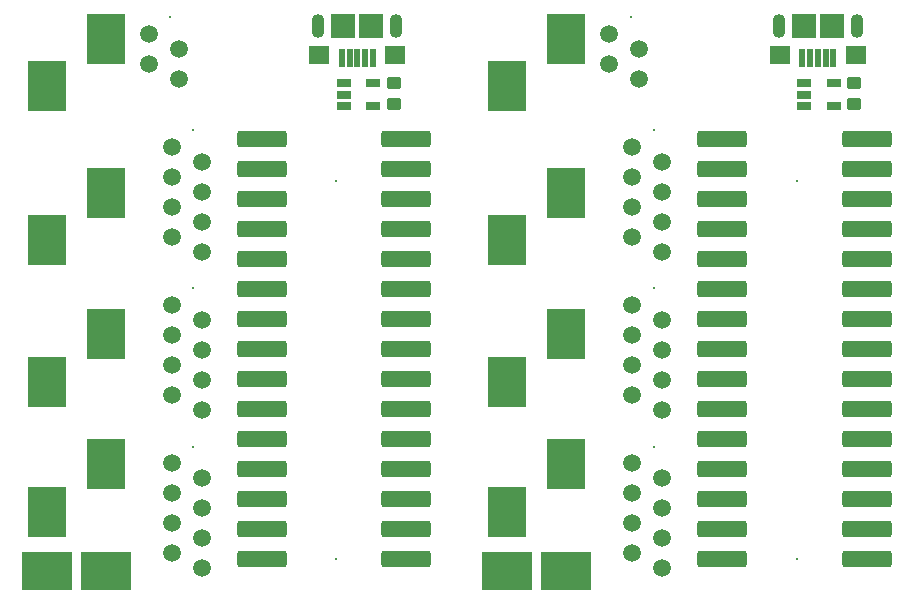
<source format=gts>
G04*
G04 #@! TF.GenerationSoftware,Altium Limited,Altium Designer,21.6.1 (37)*
G04*
G04 Layer_Color=8388736*
%FSLAX25Y25*%
%MOIN*%
G70*
G04*
G04 #@! TF.SameCoordinates,FC2F02F7-AC22-4359-8BDB-CA83A4D5B66C*
G04*
G04*
G04 #@! TF.FilePolarity,Negative*
G04*
G01*
G75*
%ADD38R,0.08268X0.08268*%
%ADD39R,0.07087X0.06299*%
%ADD40R,0.02362X0.06102*%
%ADD41R,0.05118X0.03150*%
G04:AMPARAMS|DCode=42|XSize=47.24mil|YSize=43.31mil|CornerRadius=8.37mil|HoleSize=0mil|Usage=FLASHONLY|Rotation=0.000|XOffset=0mil|YOffset=0mil|HoleType=Round|Shape=RoundedRectangle|*
%AMROUNDEDRECTD42*
21,1,0.04724,0.02657,0,0,0.0*
21,1,0.03051,0.04331,0,0,0.0*
1,1,0.01673,0.01526,-0.01329*
1,1,0.01673,-0.01526,-0.01329*
1,1,0.01673,-0.01526,0.01329*
1,1,0.01673,0.01526,0.01329*
%
%ADD42ROUNDEDRECTD42*%
%ADD43R,0.12598X0.16535*%
G04:AMPARAMS|DCode=44|XSize=165.35mil|YSize=55.12mil|CornerRadius=8.66mil|HoleSize=0mil|Usage=FLASHONLY|Rotation=0.000|XOffset=0mil|YOffset=0mil|HoleType=Round|Shape=RoundedRectangle|*
%AMROUNDEDRECTD44*
21,1,0.16535,0.03780,0,0,0.0*
21,1,0.14803,0.05512,0,0,0.0*
1,1,0.01732,0.07402,-0.01890*
1,1,0.01732,-0.07402,-0.01890*
1,1,0.01732,-0.07402,0.01890*
1,1,0.01732,0.07402,0.01890*
%
%ADD44ROUNDEDRECTD44*%
%ADD45R,0.16535X0.12598*%
%ADD46O,0.04331X0.07874*%
%ADD47C,0.00787*%
%ADD48C,0.05906*%
D38*
X108661Y189370D02*
D03*
X118110Y189370D02*
D03*
X262205Y189370D02*
D03*
X271654Y189370D02*
D03*
D39*
X100787Y179724D02*
D03*
X125984D02*
D03*
X254331D02*
D03*
X279528D02*
D03*
D40*
X108268Y178839D02*
D03*
X110827D02*
D03*
X113386D02*
D03*
X115945D02*
D03*
X118504D02*
D03*
X261811D02*
D03*
X264370D02*
D03*
X266929D02*
D03*
X269488D02*
D03*
X272047D02*
D03*
D41*
X118701Y170276D02*
D03*
Y162795D02*
D03*
X108858D02*
D03*
Y166535D02*
D03*
Y170276D02*
D03*
X272244D02*
D03*
Y162795D02*
D03*
X262402D02*
D03*
Y166535D02*
D03*
Y170276D02*
D03*
D42*
X125591Y163583D02*
D03*
Y170276D02*
D03*
X279134Y163583D02*
D03*
Y170276D02*
D03*
D43*
X29528Y86614D02*
D03*
X9843Y70866D02*
D03*
Y118110D02*
D03*
X29528Y133858D02*
D03*
Y43307D02*
D03*
X9843Y169291D02*
D03*
X29528Y185039D02*
D03*
X9843Y27559D02*
D03*
X183071Y86614D02*
D03*
X163386Y70866D02*
D03*
Y118110D02*
D03*
X183071Y133858D02*
D03*
Y43307D02*
D03*
X163386Y169291D02*
D03*
X183071Y185039D02*
D03*
X163386Y27559D02*
D03*
D44*
X129685Y141654D02*
D03*
Y131653D02*
D03*
X81496Y21654D02*
D03*
Y11654D02*
D03*
X129685Y121653D02*
D03*
Y111653D02*
D03*
Y101654D02*
D03*
Y91654D02*
D03*
Y81653D02*
D03*
Y71653D02*
D03*
Y61654D02*
D03*
Y51653D02*
D03*
Y41653D02*
D03*
Y31653D02*
D03*
Y21654D02*
D03*
Y11654D02*
D03*
Y151654D02*
D03*
X81496Y31653D02*
D03*
Y41653D02*
D03*
Y51653D02*
D03*
Y61654D02*
D03*
Y71653D02*
D03*
Y81653D02*
D03*
Y91654D02*
D03*
Y101654D02*
D03*
Y111653D02*
D03*
Y121653D02*
D03*
Y131653D02*
D03*
Y141654D02*
D03*
Y151654D02*
D03*
X283228Y141654D02*
D03*
Y131653D02*
D03*
X235039Y21654D02*
D03*
Y11654D02*
D03*
X283228Y121653D02*
D03*
Y111653D02*
D03*
Y101654D02*
D03*
Y91654D02*
D03*
Y81653D02*
D03*
Y71653D02*
D03*
Y61654D02*
D03*
Y51653D02*
D03*
Y41653D02*
D03*
Y31653D02*
D03*
Y21654D02*
D03*
Y11654D02*
D03*
Y151654D02*
D03*
X235039Y31653D02*
D03*
Y41653D02*
D03*
Y51653D02*
D03*
Y61654D02*
D03*
Y71653D02*
D03*
Y81653D02*
D03*
Y91654D02*
D03*
Y101654D02*
D03*
Y111653D02*
D03*
Y121653D02*
D03*
Y131653D02*
D03*
Y141654D02*
D03*
Y151654D02*
D03*
D45*
X9843Y7874D02*
D03*
X29528D02*
D03*
X163386D02*
D03*
X183071D02*
D03*
D46*
X126378Y189370D02*
D03*
X100394D02*
D03*
X279921D02*
D03*
X253937D02*
D03*
D47*
X106299Y137795D02*
D03*
Y11811D02*
D03*
X58661Y49213D02*
D03*
Y101969D02*
D03*
X51024Y192402D02*
D03*
X58661Y154724D02*
D03*
X259842Y137795D02*
D03*
Y11811D02*
D03*
X212205Y49213D02*
D03*
Y101969D02*
D03*
X204567Y192402D02*
D03*
X212205Y154724D02*
D03*
D48*
X51575Y43701D02*
D03*
X61575Y38701D02*
D03*
X51575Y33701D02*
D03*
X61575Y28701D02*
D03*
X51575Y23701D02*
D03*
X61575Y18701D02*
D03*
X51575Y13701D02*
D03*
X61575Y8701D02*
D03*
Y61457D02*
D03*
X51575Y66457D02*
D03*
X61575Y71457D02*
D03*
X51575Y76457D02*
D03*
X61575Y81457D02*
D03*
X51575Y86457D02*
D03*
X61575Y91457D02*
D03*
X51575Y96457D02*
D03*
X53937Y171890D02*
D03*
X43937Y176890D02*
D03*
X53937Y181890D02*
D03*
X43937Y186890D02*
D03*
X61575Y114213D02*
D03*
X51575Y119213D02*
D03*
X61575Y124213D02*
D03*
X51575Y129213D02*
D03*
X61575Y134213D02*
D03*
X51575Y139213D02*
D03*
X61575Y144213D02*
D03*
X51575Y149213D02*
D03*
X205118Y43701D02*
D03*
X215118Y38701D02*
D03*
X205118Y33701D02*
D03*
X215118Y28701D02*
D03*
X205118Y23701D02*
D03*
X215118Y18701D02*
D03*
X205118Y13701D02*
D03*
X215118Y8701D02*
D03*
Y61457D02*
D03*
X205118Y66457D02*
D03*
X215118Y71457D02*
D03*
X205118Y76457D02*
D03*
X215118Y81457D02*
D03*
X205118Y86457D02*
D03*
X215118Y91457D02*
D03*
X205118Y96457D02*
D03*
X207480Y171890D02*
D03*
X197480Y176890D02*
D03*
X207480Y181890D02*
D03*
X197480Y186890D02*
D03*
X215118Y114213D02*
D03*
X205118Y119213D02*
D03*
X215118Y124213D02*
D03*
X205118Y129213D02*
D03*
X215118Y134213D02*
D03*
X205118Y139213D02*
D03*
X215118Y144213D02*
D03*
X205118Y149213D02*
D03*
M02*

</source>
